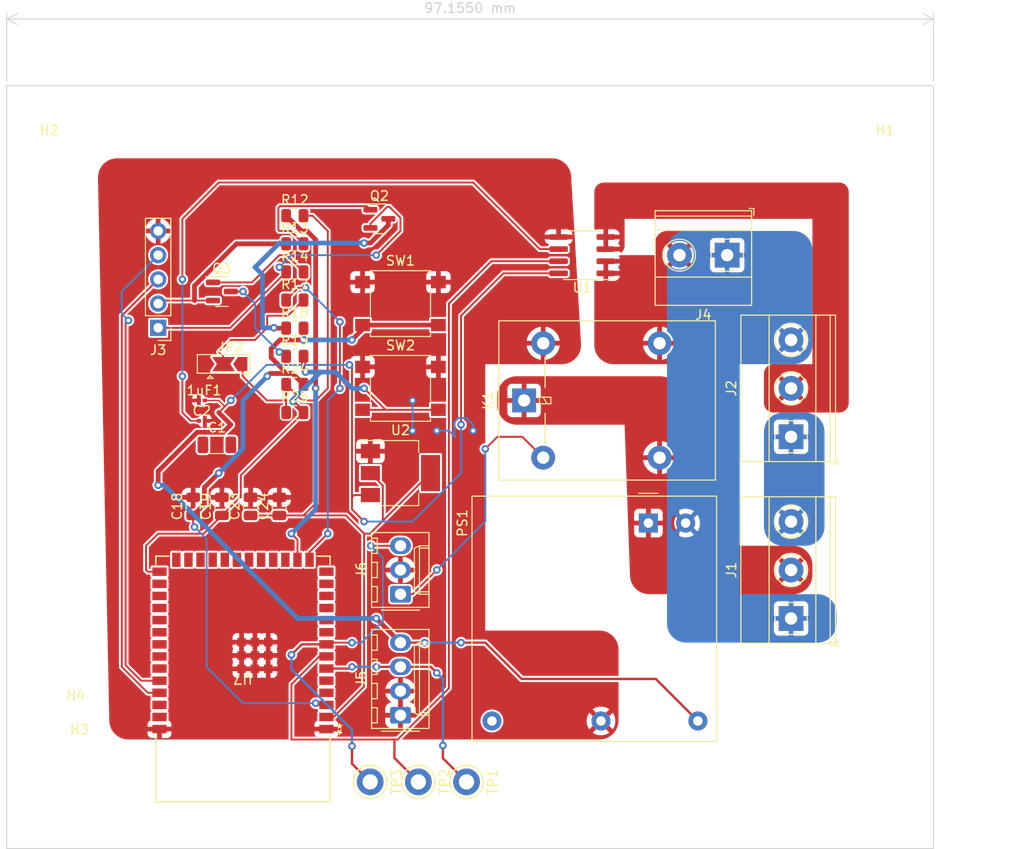
<source format=kicad_pcb>
(kicad_pcb (version 20221018) (generator pcbnew)
  (layers (0 "F.Cu" signal) (31 "B.Cu" signal) (34 "B.Paste" user) (35 "F.Paste" user) (36 "B.SilkS" user "B.Silkscreen") (37 "F.SilkS" user "F.Silkscreen") (38 "B.Mask" user) (39 "F.Mask" user) (44 "Edge.Cuts" user))
  (net 0 "")
  (net 1 "GND")
  (net 2 "/CHIP_PU")
  (net 3 "/GPIO0_STRAPPING")
  (net 4 "+3V3")
  (net 5 "/VBAT_SENSE")
  (net 6 "/D-")
  (net 7 "/D+")
  (net 8 "/RTS")
  (net 9 "/DTR")
  (net 10 "/TX")
  (net 11 "/RX")
  (net 12 "/GPIO16")
  (net 13 "/GPIO17")
  (net 14 "/GPIO18")
  (net 15 "/CAMERA_CS")
  (net 16 "/CAMERA_MOSI")
  (net 17 "/CAMERA_MISO")
  (net 18 "/CAMERA_SCK")
  (net 19 "/CAMERA_SDA")
  (net 20 "/CAMERA_SCL")
  (net 21 "/MTMS")
  (net 22 "/MTCK")
  (net 23 "/MTDO")
  (net 24 "/MTDI")
  (net 25 "/GPIO3_STRAPPING")
  (net 26 "/5V")
  (net 29 "Net-(U1-FILTER)")
  (net 30 "/IN_N")
  (net 31 "/IN_L")
  (net 32 "/M1_FAULT")
  (net 33 "/M2_FAULT")
  (net 34 "/M1_PWM")
  (net 35 "/M1_DIR")
  (net 36 "/M1_EN")
  (net 37 "/I_M_1")
  (net 38 "/I_M_2")
  (net 39 "/M2_PWM")
  (net 40 "/M2_DIR")
  (net 41 "/M2_EN")
  (net 42 "/IS_L")
  (net 43 "/PR_OUT")
  (net 44 "/VS_Out")
  (net 45 "/GPIO46_STRAPPING")
  (net 46 "/GPIO45_STRAPPING")
  (net 47 "/5_PR")
  (net 48 "/PR_IN")
  (net 49 "Net-(JP2-C)")
  (net 51 "Net-(Q2-B)")
  (net 52 "Net-(Q2-C)")
  (net 53 "Net-(Q3-B)")
  (net 54 "Net-(Q3-C)")
  (net 55 "/Curr_Out")
  (net 57 "/SOCK_GND")
  (footprint "Connector_PinHeader_2.54mm:PinHeader_1x05_P2.54mm_Vertical" (layer "F.Cu") (at 167.64 99.06 180)
    (fp_text reference "J3")
    (fp_text value "Conn_01x05_Female")
  )
  (footprint "Resistor_SMD:R_0805_2012Metric" (layer "F.Cu") (at 181.9675 99.1)
    (fp_text reference "R18")
    (fp_text value "10k")
  )
  (footprint "MountingHole:MountingHole_3.2mm_M3" (layer "F.Cu") (at 159.385 145.415)
    (fp_text reference "H3")
    (fp_text value "MountingHole")
  )
  (footprint "Capacitor_SMD:C_0201_0603Metric" (layer "F.Cu") (at 172.2175 106.68)
    (fp_text reference ".1uF1")
    (fp_text value "C")
  )
  (footprint "Resistor_SMD:R_0805_2012Metric" (layer "F.Cu") (at 181.9675 87.3)
    (fp_text reference "R12")
    (fp_text value "1k")
  )
  (footprint "TestPoint:TestPoint_Keystone_5010-5014_Multipurpose" (layer "F.Cu") (at 194.915 146.685 -90)
    (fp_text reference "TP2")
    (fp_text value "TestPoint")
  )
  (footprint "Resistor_SMD:R_0805_2012Metric" (layer "F.Cu") (at 181.9675 96.15)
    (fp_text reference "R17")
    (fp_text value "1k")
  )
  (footprint "Capacitor_SMD:C_0805_2012Metric" (layer "F.Cu") (at 171.31 117.79 90)
    (fp_text reference "C18")
    (fp_text value "1u")
  )
  (footprint "MountingHole:MountingHole_3.2mm_M3" (layer "F.Cu") (at 156.21 82.55)
    (fp_text reference "H2")
    (fp_text value "MountingHole")
  )
  (footprint "Converter_ACDC:Converter_ACDC_RECOM_RAC05-xxSK_THT" (layer "F.Cu") (at 219.03 119.5375 90)
    (fp_text reference "PS1")
    (fp_text value "RAC05-05SK")
  )
  (footprint "Relay_THT:Relay_SPDT_Omron-G5LE-1" (layer "F.Cu") (at 206.0025 106.68 90)
    (fp_text reference "K1")
    (fp_text value "G5LE-1")
  )
  (footprint "Capacitor_SMD:C_0805_2012Metric" (layer "F.Cu") (at 177.33 117.79 90)
    (fp_text reference "C23")
    (fp_text value "10u")
  )
  (footprint "Button_Switch_SMD:SW_SPST_B3S-1000" (layer "F.Cu") (at 193.04 105.41)
    (fp_text reference "SW2")
    (fp_text value "SW_Push")
  )
  (footprint "TerminalBlock_Phoenix:TerminalBlock_Phoenix_MKDS-1,5-3-5.08_1x03_P5.08mm_Horizontal" (layer "F.Cu") (at 233.985 110.49 90)
    (fp_text reference "J2")
    (fp_text value "Output_VAC")
  )
  (footprint "Resistor_SMD:R_0805_2012Metric" (layer "F.Cu") (at 181.9675 90.25)
    (fp_text reference "R13")
    (fp_text value "10k")
  )
  (footprint "Capacitor_SMD:C_0805_2012Metric" (layer "F.Cu") (at 174.32 117.79 90)
    (fp_text reference "C19")
    (fp_text value "1u")
  )
  (footprint "Connector_Molex:Molex_KK-254_AE-6410-03A_1x03_P2.54mm_Vertical" (layer "F.Cu") (at 193.04 127 90)
    (fp_text reference "J6")
    (fp_text value "3.3V_5V")
  )
  (footprint "Package_TO_SOT_SMD:SOT-23" (layer "F.Cu") (at 174.3225 95.25)
    (fp_text reference "Q3")
    (fp_text value "SS8050-G")
  )
  (footprint "Jumper:SolderJumper-3_P2.0mm_Open_TrianglePad1.0x1.5mm" (layer "F.Cu") (at 174.4975 102.87)
    (fp_text reference "JP2")
    (fp_text value "SolderJumper_3_Open")
  )
  (footprint "Button_Switch_SMD:SW_SPST_B3S-1000" (layer "F.Cu") (at 193.04 96.52)
    (fp_text reference "SW1")
    (fp_text value "SW_Push")
  )
  (footprint "Resistor_SMD:R_0805_2012Metric" (layer "F.Cu") (at 181.9675 102.05)
    (fp_text reference "R19")
    (fp_text value "10k")
  )
  (footprint "Package_TO_SOT_SMD:SOT-23" (layer "F.Cu") (at 190.8325 87.63)
    (fp_text reference "Q2")
    (fp_text value "SS8050-G")
  )
  (footprint "TestPoint:TestPoint_Keystone_5010-5014_Multipurpose" (layer "F.Cu") (at 189.865 146.685 -90)
    (fp_text reference "TP3")
    (fp_text value "TestPoint")
  )
  (footprint "MountingHole:MountingHole_3.2mm_M3" (layer "F.Cu") (at 243.205 142.24)
    (fp_text reference "H4")
    (fp_text value "MountingHole")
  )
  (footprint "Resistor_SMD:R_0805_2012Metric" (layer "F.Cu") (at 181.9675 105)
    (fp_text reference "R24")
    (fp_text value "100k")
  )
  (footprint "TestPoint:TestPoint_Keystone_5010-5014_Multipurpose" (layer "F.Cu") (at 199.965 146.685 -90)
    (fp_text reference "TP1")
    (fp_text value "TestPoint")
  )
  (footprint "Resistor_SMD:R_0805_2012Metric" (layer "F.Cu") (at 181.9675 93.2)
    (fp_text reference "R14")
    (fp_text value "10k")
  )
  (footprint "Package_SO:SOIC-8_3.9x4.9mm_P1.27mm" (layer "F.Cu") (at 212.09 91.44 180)
    (fp_text reference "U1")
    (fp_text value "ACS712xLCTR-20A")
  )
  (footprint "Resistor_SMD:R_0805_2012Metric" (layer "F.Cu") (at 181.9675 107.95)
    (fp_text reference "R25")
    (fp_text value "100k")
  )
  (footprint "Resistor_SMD:R_1206_3216Metric" (layer "F.Cu") (at 173.7975 111.34)
    (fp_text reference "C1")
    (fp_text value "10u")
  )
  (footprint "TerminalBlock_Phoenix:TerminalBlock_Phoenix_MKDS-1,5-2_1x02_P5.00mm_Horizontal" (layer "F.Cu") (at 227.29 91.44 180)
    (fp_text reference "J4")
    (fp_text value "VAC_IN_VS")
  )
  (footprint "Capacitor_SMD:C_0805_2012Metric" (layer "F.Cu") (at 180.34 117.79 90)
    (fp_text reference "C24")
    (fp_text value "100n")
  )
  (footprint "MountingHole:MountingHole_3.2mm_M3" (layer "F.Cu") (at 243.84 82.55)
    (fp_text reference "H1")
    (fp_text value "MountingHole")
  )
  (footprint "Capacitor_SMD:C_0201_0603Metric" (layer "F.Cu") (at 172.2175 108.82)
    (fp_text reference "C2")
    (fp_text value "C")
  )
  (footprint "local_footprints:ESP32-S3-WROOM-1_EXP" (layer "F.Cu") (at 176.53 135.89 180)
    (fp_text reference "U7")
    (fp_text value "ESP32-S3-WROOM-1-N16R2")
  )
  (footprint "Connector_Molex:Molex_KK-254_AE-6410-04A_1x04_P2.54mm_Vertical" (layer "F.Cu") (at 193.04 139.7 90)
    (fp_text reference "J5")
    (fp_text value "VS_Out")
  )
  (footprint "Package_TO_SOT_SMD:SOT-223-3_TabPin2" (layer "F.Cu") (at 193.04 114.3)
    (fp_text reference "U2")
    (fp_text value "AMS1117-3.3")
  )
  (footprint "TerminalBlock_Phoenix:TerminalBlock_Phoenix_MKDS-1,5-3-5.08_1x03_P5.08mm_Horizontal" (layer "F.Cu") (at 233.985 129.545 90)
    (fp_text reference "J1")
    (fp_text value "Input_VAC")
  )
  (gr_line (start 248.92 73.66) (end 151.765 73.66) (stroke (width 0.1)) (layer "Edge.Cuts"))
  (gr_line (start 248.92 73.66) (end 248.92 153.67) (stroke (width 0.1)) (layer "Edge.Cuts"))
  (gr_line (start 248.92 153.67) (end 151.765 153.67) (stroke (width 0.1)) (layer "Edge.Cuts"))
  (gr_line (start 151.765 73.66) (end 151.765 153.67) (stroke (width 0.1)) (layer "Edge.Cuts"))
  (dimension (type aligned) (layer "Edge.Cuts") (pts (xy 248.92 73.66) (xy 151.765 73.66)) (height 6.985) (gr_text "97.1550 mm" (at 200.3425 65.525) (layer "Edge.Cuts") (effects (font (size 1 1) (thickness 0.15)))) (format (prefix "") (suffix "") (units 3) (units_format 1) (precision 4)) (style (thickness 0.1) (arrow_length 1.27) (text_position_mode 0) (extension_height 0.58642) (extension_offset 0.5) keep_text_aligned))
  (segment (start 199.39 111.125) (end 198.755 111.125) (width 0.2) (layer "F.Cu") (net 1))
  (segment (start 194.31 106.045) (end 194.31 106.68) (width 0.2) (layer "F.Cu") (net 1))
  (segment (start 200.66 109.855) (end 199.39 111.125) (width 0.2) (layer "F.Cu") (net 1))
  (segment (start 194.31 109.855) (end 196.85 109.855) (width 0.2) (layer "F.Cu") (net 1))
  (segment (start 198.755 111.125) (end 198.755 110.49) (width 0.2) (layer "F.Cu") (net 1))
  (segment (start 209.615 89.535) (end 210.185 89.535) (width 0.2) (layer "F.Cu") (net 1))
  (via (at 196.85 109.855) (size 0.8) (drill 0.4) (layers "F.Cu" "B.Cu") (net 1))
  (via (at 200.66 109.855) (size 0.8) (drill 0.4) (layers "F.Cu" "B.Cu") (net 1))
  (via (at 194.31 106.68) (size 0.8) (drill 0.4) (layers "F.Cu" "B.Cu") (net 1))
  (via (at 194.31 109.855) (size 0.8) (drill 0.4) (layers "F.Cu" "B.Cu") (net 1))
  (segment (start 194.31 109.22) (end 194.31 109.855) (width 0.2) (layer "B.Cu") (net 1))
  (segment (start 198.12 109.855) (end 198.755 110.49) (width 0.2) (layer "B.Cu") (net 1))
  (segment (start 200.66 109.22) (end 200.66 109.855) (width 0.2) (layer "B.Cu") (net 1))
  (segment (start 198.69 110.425) (end 198.69 108.93005) (width 0.2) (layer "B.Cu") (net 1))
  (segment (start 199.10005 108.52) (end 199.96 108.52) (width 0.2) (layer "B.Cu") (net 1))
  (segment (start 198.69 108.93005) (end 199.10005 108.52) (width 0.2) (layer "B.Cu") (net 1))
  (segment (start 198.755 110.49) (end 198.69 110.425) (width 0.2) (layer "B.Cu") (net 1))
  (segment (start 196.85 109.855) (end 198.12 109.855) (width 0.2) (layer "B.Cu") (net 1))
  (segment (start 194.31 106.68) (end 194.31 109.22) (width 0.2) (layer "B.Cu") (net 1))
  (segment (start 199.96 108.52) (end 200.66 109.22) (width 0.2) (layer "B.Cu") (net 1))
  (segment (start 179.36 103.85) (end 179.07 104.14) (width 0.5) (layer "F.Cu") (net 2))
  (segment (start 189.065 99.225) (end 187.96 100.33) (width 0.5) (layer "F.Cu") (net 2))
  (segment (start 171.31 118.74) (end 171.31 119.8105) (width 0.2) (layer "F.Cu") (net 2))
  (segment (start 179.49 102.18745) (end 179.49 101.247918) (width 0.5) (layer "F.Cu") (net 2))
  (segment (start 180.407918 100.33) (end 182.88 100.33) (width 0.5) (layer "F.Cu") (net 2))
  (segment (start 184.33 138.61) (end 184.15 138.43) (width 0.2) (layer "F.Cu") (net 2))
  (segment (start 172.485 115.805) (end 172.485 117.565) (width 0.5) (layer "F.Cu") (net 2))
  (segment (start 181.73 103.85) (end 179.36 103.85) (width 0.5) (layer "F.Cu") (net 2))
  (segment (start 182.88 105) (end 181.73 103.85) (width 0.5) (layer "F.Cu") (net 2))
  (segment (start 197.015 98.77) (end 189.065 98.77) (width 0.5) (layer "F.Cu") (net 2))
  (segment (start 185.28 138.61) (end 184.33 138.61) (width 0.2) (layer "F.Cu") (net 2))
  (segment (start 181.73 103.85) (end 181.15255 103.85) (width 0.5) (layer "F.Cu") (net 2))
  (segment (start 182.88 100.33) (end 182.88 99.1) (width 0.5) (layer "F.Cu") (net 2))
  (segment (start 181.15255 103.85) (end 179.49 102.18745) (width 0.5) (layer "F.Cu") (net 2))
  (segment (start 189.065 98.77) (end 189.065 99.225) (width 0.5) (layer "F.Cu") (net 2))
  (segment (start 172.485 117.565) (end 171.31 118.74) (width 0.5) (layer "F.Cu") (net 2))
  (segment (start 173.99 114.3) (end 172.485 115.805) (width 0.5) (layer "F.Cu") (net 2))
  (segment (start 179.49 101.247918) (end 180.407918 100.33) (width 0.5) (layer "F.Cu") (net 2))
  (segment (start 171.31 119.8105) (end 171.45 119.9505) (width 0.2) (layer "F.Cu") (net 2))
  (via (at 182.88 100.33) (size 0.8) (drill 0.4) (layers "F.Cu" "B.Cu") (net 2))
  (via (at 173.99 114.3) (size 0.8) (drill 0.4) (layers "F.Cu" "B.Cu") (net 2))
  (via (at 184.15 138.43) (size 0.8) (drill 0.4) (layers "F.Cu" "B.Cu") (net 2))
  (via (at 171.45 119.9505) (size 0.8) (drill 0.4) (layers "F.Cu" "B.Cu") (net 2))
  (via (at 187.96 100.33) (size 0.8) (drill 0.4) (layers "F.Cu" "B.Cu") (net 2))
  (via (at 179.07 104.14) (size 0.8) (drill 0.4) (layers "F.Cu" "B.Cu") (net 2))
  (segment (start 176.53 106.68) (end 176.53 111.76) (width 0.5) (layer "B.Cu") (net 2))
  (segment (start 172.72 121.2205) (end 172.72 134.62) (width 0.2) (layer "B.Cu") (net 2))
  (segment (start 171.45 119.9505) (end 172.72 121.2205) (width 0.2) (layer "B.Cu") (net 2))
  (segment (start 176.53 111.76) (end 173.99 114.3) (width 0.5) (layer "B.Cu") (net 2))
  (segment (start 182.88 100.33) (end 187.96 100.33) (width 0.5) (layer "B.Cu") (net 2))
  (segment (start 176.53 138.43) (end 184.15 138.43) (width 0.2) (layer "B.Cu") (net 2))
  (segment (start 179.07 104.14) (end 176.53 106.68) (width 0.5) (layer "B.Cu") (net 2))
  (segment (start 172.72 134.62) (end 176.53 138.43) (width 0.2) (layer "B.Cu") (net 2))
  (segment (start 191.77 107.66) (end 191.48 107.66) (width 0.2) (layer "F.Cu") (net 3))
  (segment (start 191.77 107.66) (end 189.065 107.66) (width 0.2) (layer "F.Cu") (net 3))
  (segment (start 197.015 107.66) (end 191.77 107.66) (width 0.2) (layer "F.Cu") (net 3))
  (segment (start 191.48 107.66) (end 189.23 105.41) (width 0.2) (layer "F.Cu") (net 3))
  (segment (start 182.88 102.05) (end 182.88 103.486478) (width 0.5) (layer "F.Cu") (net 3))
  (segment (start 176.305 114.525) (end 182.88 107.95) (width 0.2) (layer "F.Cu") (net 3))
  (segment (start 166.37 124.46) (end 166.37 121.92) (width 0.2) (layer "F.Cu") (net 3))
  (segment (start 181.778999 106.848999) (end 182.88 107.95) (width 0.5) (layer "F.Cu") (net 3))
  (segment (start 166.37 121.92) (end 167.64 120.65) (width 0.2) (layer "F.Cu") (net 3))
  (segment (start 167.64 120.65) (end 172.41 120.65) (width 0.2) (layer "F.Cu") (net 3))
  (segment (start 174.32 118.74) (end 176.22 116.84) (width 0.2) (layer "F.Cu") (net 3))
  (segment (start 176.305 116.84) (end 176.305 114.525) (width 0.2) (layer "F.Cu") (net 3))
  (segment (start 172.41 120.65) (end 174.32 118.74) (width 0.2) (layer "F.Cu") (net 3))
  (segment (start 166.55 124.64) (end 166.37 124.46) (width 0.2) (layer "F.Cu") (net 3))
  (segment (start 176.22 116.84) (end 176.305 116.84) (width 0.2) (layer "F.Cu") (net 3))
  (segment (start 182.88 103.486478) (end 183.094022 103.7005) (width 0.5) (layer "F.Cu") (net 3))
  (segment (start 167.78 124.64) (end 166.55 124.64) (width 0.2) (layer "F.Cu") (net 3))
  (segment (start 181.778999 106.792455) (end 181.778999 106.848999) (width 0.5) (layer "F.Cu") (net 3))
  (via (at 189.23 105.41) (size 0.8) (drill 0.4) (layers "F.Cu" "B.Cu") (net 3))
  (via (at 181.778999 106.792455) (size 0.8) (drill 0.4) (layers "F.Cu" "B.Cu") (net 3))
  (via (at 183.094022 103.7005) (size 0.8) (drill 0.4) (layers "F.Cu" "B.Cu") (net 3))
  (segment (start 187.96 105.41) (end 189.23 105.41) (width 0.5) (layer "B.Cu") (net 3))
  (segment (start 184.657418 103.7005) (end 184.785 103.7005) (width 0.5) (layer "B.Cu") (net 3))
  (segment (start 181.778999 106.792455) (end 181.778999 106.578919) (width 0.5) (layer "B.Cu") (net 3))
  (segment (start 186.2505 103.7005) (end 187.96 105.41) (width 0.5) (layer "B.Cu") (net 3))
  (segment (start 183.094022 103.7005) (end 184.785 103.7005) (width 0.5) (layer "B.Cu") (net 3))
  (segment (start 184.785 103.7005) (end 186.2505 103.7005) (width 0.5) (layer "B.Cu") (net 3))
  (segment (start 181.778999 106.578919) (end 184.657418 103.7005) (width 0.5) (layer "B.Cu") (net 3))
  (segment (start 182.88 118.74) (end 184.15 117.47) (width 0.2) (layer "F.Cu") (net 4))
  (segment (start 185.42 105.41) (end 185.42 88.9) (width 0.2) (layer "F.Cu") (net 4))
  (segment (start 190.805 119.685) (end 196.19 114.3) (width 0.2) (layer "F.Cu") (net 4))
  (segment (start 181.055 106.68) (end 181.055 105) (width 0.2) (layer "F.Cu") (net 4))
  (segment (start 191.19 115.6) (end 189.89 114.3) (width 0.2) (layer "F.Cu") (net 4))
  (segment (start 189.23 120.65) (end 187.32 118.74) (width 0.2) (layer "F.Cu") (net 4))
  (segment (start 181.056253 105) (end 181.055 105) (width 0.2) (layer "F.Cu") (net 4))
  (segment (start 184.15 106.68) (end 182.735 106.68) (width 0.2) (layer "F.Cu") (net 4))
  (segment (start 189.23 136.6793) (end 189.23 120.65) (width 0.2) (layer "F.Cu") (net 4))
  (segment (start 191.19 119.3) (end 191.19 115.6) (width 0.2) (layer "F.Cu") (net 4))
  (segment (start 181.055 107.95) (end 181.055 106.68) (width 0.2) (layer "F.Cu") (net 4))
  (segment (start 189.23 120.65) (end 189.84 120.65) (width 0.2) (layer "F.Cu") (net 4))
  (segment (start 176.4975 104.14) (end 176.4975 102.87) (width 0.2) (layer "F.Cu") (net 4))
  (segment (start 177.33 118.74) (end 180.34 118.74) (width 0.2) (layer "F.Cu") (net 4))
  (segment (start 184.15 106.68) (end 185.42 105.41) (width 0.2) (layer "F.Cu") (net 4))
  (segment (start 185.28 139.88) (end 186.0293 139.88) (width 0.2) (layer "F.Cu") (net 4))
  (segment (start 185.42 88.9) (end 183.82 87.3) (width 0.2) (layer "F.Cu") (net 4))
  (segment (start 186.0293 139.88) (end 189.23 136.6793) (width 0.2) (layer "F.Cu") (net 4))
  (segment (start 187.32 118.74) (end 182.88 118.74) (width 0.2) (layer "F.Cu") (net 4))
  (segment (start 182.735 106.678747) (end 181.056253 105) (width 0.2) (layer "F.Cu") (net 4))
  (segment (start 189.84 120.65) (end 190.805 119.685) (width 0.2) (layer "F.Cu") (net 4))
  (segment (start 183.82 87.3) (end 182.88 87.3) (width 0.2) (layer "F.Cu") (net 4))
  (segment (start 184.15 117.47) (end 184.15 106.68) (width 0.2) (layer "F.Cu") (net 4))
  (segment (start 182.735 106.68) (end 182.735 106.678747) (width 0.2) (layer "F.Cu") (net 4))
  (segment (start 181.055 106.68) (end 179.0375 106.68) (width 0.2) (layer "F.Cu") (net 4))
  (segment (start 179.0375 106.68) (end 176.4975 104.14) (width 0.2) (layer "F.Cu") (net 4))
  (segment (start 190.805 119.685) (end 191.19 119.3) (width 0.2) (layer "F.Cu") (net 4))
  (segment (start 182.88 118.74) (end 180.34 118.74) (width 0.2) (layer "F.Cu") (net 4))
  (segment (start 167.64 99.06) (end 175.195 99.06) (width 0.2) (layer "F.Cu") (net 8))
  (segment (start 191.873896 86.36) (end 191.666104 86.36) (width 0.2) (layer "F.Cu") (net 8))
  (segment (start 180.83 93.2) (end 180.34 92.71) (width 0.2) (layer "F.Cu") (net 8))
  (segment (start 175.195 99.06) (end 181.055 93.2) (width 0.2) (layer "F.Cu") (net 8))
  (segment (start 191.666104 86.36) (end 189.895 88.131104) (width 0.2) (layer "F.Cu") (net 8))
  (segment (start 190.5 91.44) (end 193.04 88.9) (width 0.2) (layer "F.Cu") (net 8))
  (segment (start 193.04 87.526104) (end 191.873896 86.36) (width 0.2) (layer "F.Cu") (net 8))
  (segment (start 189.895 88.131104) (end 189.895 88.58) (width 0.2) (layer "F.Cu") (net 8))
  (segment (start 181.055 93.2) (end 180.83 93.2) (width 0.2) (layer "F.Cu") (net 8))
  (segment (start 193.04 88.9) (end 193.04 87.526104) (width 0.2) (layer "F.Cu") (net 8))
  (via (at 180.34 92.71) (size 0.8) (drill 0.4) (layers "F.Cu" "B.Cu") (net 8))
  (via (at 190.5 91.44) (size 0.8) (drill 0.4) (layers "F.Cu" "B.Cu") (net 8))
  (segment (start 180.34 92.71) (end 181.61 91.44) (width 0.2) (layer "B.Cu") (net 8))
  (segment (start 186.69 91.44) (end 190.5 91.44) (width 0.2) (layer "B.Cu") (net 8))
  (segment (start 181.61 91.44) (end 186.69 91.44) (width 0.2) (layer "B.Cu") (net 8))
  (segment (start 167.96 96.2) (end 167.64 96.52) (width 0.2) (layer "F.Cu") (net 9))
  (segment (start 171.45 94.648972) (end 171.45 96.2) (width 0.5) (layer "F.Cu") (net 9))
  (segment (start 171.45 96.2) (end 167.96 96.2) (width 0.2) (layer "F.Cu") (net 9))
  (segment (start 173.385 96.2) (end 171.45 96.2) (width 0.2) (layer "F.Cu") (net 9))
  (segment (start 181.055 90.25) (end 175.848972 90.25) (width 0.5) (layer "F.Cu") (net 9))
  (segment (start 175.848972 90.25) (end 171.45 94.648972) (width 0.5) (layer "F.Cu") (net 9))
  (segment (start 166.55 137.34) (end 163.83 134.62) (width 0.2) (layer "F.Cu") (net 10))
  (segment (start 167.78 137.34) (end 166.55 137.34) (width 0.2) (layer "F.Cu") (net 10))
  (segment (start 163.83 97.79) (end 167.64 93.98) (width 0.2) (layer "F.Cu") (net 10))
  (segment (start 163.83 134.62) (end 163.83 97.79) (width 0.2) (layer "F.Cu") (net 10))
  (segment (start 164.23 98.584122) (end 164.5295 98.284622) (width 0.2) (layer "F.Cu") (net 11))
  (segment (start 164.395686 134.62) (end 164.23 134.454314) (width 0.2) (layer "F.Cu") (net 11))
  (segment (start 164.23 132.08) (end 164.23 98.584122) (width 0.2) (layer "F.Cu") (net 11))
  (segment (start 165.845686 136.07) (end 164.395686 134.62) (width 0.2) (layer "F.Cu") (net 11))
  (segment (start 164.23 134.454314) (end 164.23 132.08) (width 0.2) (layer "F.Cu") (net 11))
  (segment (start 167.78 136.07) (end 165.845686 136.07) (width 0.2) (layer "F.Cu") (net 11))
  (via (at 164.5295 98.284622) (size 0.8) (drill 0.4) (layers "F.Cu" "B.Cu") (net 11))
  (segment (start 163.83 95.25) (end 167.64 91.44) (width 0.2) (layer "B.Cu") (net 11))
  (segment (start 164.5295 98.284622) (end 163.83 97.585122) (width 0.2) (layer "B.Cu") (net 11))
  (segment (start 163.83 97.585122) (end 163.83 95.25) (width 0.2) (layer "B.Cu") (net 11))
  (segment (start 182.3545 94.8505) (end 181.055 96.15) (width 0.2) (layer "F.Cu") (net 25))
  (segment (start 186.69 105.41) (end 186.69 98.433867) (width 0.2) (layer "F.Cu") (net 25))
  (segment (start 183.515 123.39) (end 183.515 122.555) (width 0.2) (layer "F.Cu") (net 25))
  (segment (start 183.106633 94.8505) (end 182.3545 94.8505) (width 0.2) (layer "F.Cu") (net 25))
  (segment (start 183.515 122.555) (end 185.42 120.65) (width 0.2) (layer "F.Cu") (net 25))
  (via (at 185.42 120.65) (size 0.8) (drill 0.4) (layers "F.Cu" "B.Cu") (net 25))
  (via (at 183.106633 94.8505) (size 0.8) (drill 0.4) (layers "F.Cu" "B.Cu") (net 25))
  (via (at 186.69 98.433867) (size 0.8) (drill 0.4) (layers "F.Cu" "B.Cu") (net 25))
  (via (at 186.69 105.41) (size 0.8) (drill 0.4) (layers "F.Cu" "B.Cu") (net 25))
  (segment (start 186.69 98.433867) (end 183.106633 94.8505) (width 0.2) (layer "B.Cu") (net 25))
  (segment (start 185.42 120.65) (end 185.42 106.68) (width 0.2) (layer "B.Cu") (net 25))
  (segment (start 185.42 106.68) (end 186.69 105.41) (width 0.2) (layer "B.Cu") (net 25))
  (segment (start 209.615 93.345) (end 203.835 93.345) (width 0.2) (layer "F.Cu") (net 26))
  (segment (start 201.93 132.08) (end 199.39 132.08) (width 0.25) (layer "F.Cu") (net 26))
  (segment (start 219.71 135.89) (end 205.74 135.89) (width 0.25) (layer "F.Cu") (net 26))
  (segment (start 171.73255 110.015) (end 174.465 110.015) (width 0.5) (layer "F.Cu") (net 26))
  (segment (start 172.5375 106.68) (end 173.99 106.68) (width 0.15) (layer "F.Cu") (net 26))
  (segment (start 203.835 93.345) (end 199.39 97.79) (width 0.2) (layer "F.Cu") (net 26))
  (segment (start 219.8125 135.89) (end 219.71 135.89) (width 0.25) (layer "F.Cu") (net 26))
  (segment (start 199.39 97.79) (end 199.39 109.22) (width 0.2) (layer "F.Cu") (net 26))
  (segment (start 195.58 132.08) (end 193.04 132.08) (width 0.25) (layer "F.Cu") (net 26))
  (segment (start 187.96 118.11) (end 187.96 116.84) (width 0.2) (layer "F.Cu") (net 26))
  (segment (start 187.96 103.221424) (end 187.6905 102.951924) (width 0.2) (layer "F.Cu") (net 26))
  (segment (start 167.64 115.57) (end 167.64 114.10755) (width 0.5) (layer "F.Cu") (net 26))
  (segment (start 187.96 116.84) (end 188.2 116.6) (width 0.2) (layer "F.Cu") (net 26))
  (segment (start 173.99 106.68) (end 174.625 107.315) (width 0.15) (layer "F.Cu") (net 26))
  (segment (start 174.625 107.315) (end 173.99 107.95) (width 0.2) (layer "F.Cu") (net 26))
  (segment (start 174.465 110.015) (end 175.26 109.22) (width 0.5) (layer "F.Cu") (net 26))
  (segment (start 188.2 116.6) (end 189.89 116.6) (width 0.2) (layer "F.Cu") (net 26))
  (segment (start 205.74 135.89) (end 201.93 132.08) (width 0.25) (layer "F.Cu") (net 26))
  (segment (start 193.04 132.08) (end 190.5 129.54) (width 0.5) (layer "F.Cu") (net 26))
  (segment (start 175.26 106.68) (end 174.625 107.315) (width 0.2) (layer "F.Cu") (net 26))
  (segment (start 224.22 140.2975) (end 219.8125 135.89) (width 0.25) (layer "F.Cu") (net 26))
  (segment (start 175.26 109.22) (end 173.99 107.95) (width 0.5) (layer "F.Cu") (net 26))
  (segment (start 187.96 116.84) (end 187.96 103.221424) (width 0.2) (layer "F.Cu") (net 26))
  (segment (start 167.64 114.10755) (end 171.73255 110.015) (width 0.5) (layer "F.Cu") (net 26))
  (segment (start 189.23 119.38) (end 187.96 118.11) (width 0.2) (layer "F.Cu") (net 26))
  (via (at 199.39 132.08) (size 0.8) (drill 0.4) (layers "F.Cu" "B.Cu") (net 26))
  (via (at 175.26 106.68) (size 0.8) (drill 0.4) (layers "F.Cu" "B.Cu") (net 26))
  (via (at 195.58 132.08) (size 0.8) (drill 0.4) (layers "F.Cu" "B.Cu") (net 26))
  (via (at 189.23 119.38) (size 0.8) (drill 0.4) (layers "F.Cu" "B.Cu") (net 26))
  (via (at 187.6905 102.951924) (size 0.8) (drill 0.4) (layers "F.Cu" "B.Cu") (net 26))
  (via (at 199.39 109.22) (size 0.8) (drill 0.4) (layers "F.Cu" "B.Cu") (net 26))
  (via (at 190.5 129.54) (size 0.8) (drill 0.4) (layers "F.Cu" "B.Cu") (net 26))
  (via (at 167.64 115.57) (size 0.8) (drill 0.4) (layers "F.Cu" "B.Cu") (net 26))
  (segment (start 182.241582 129.54) (end 168.271582 115.57) (width 0.5) (layer "B.Cu") (net 26))
  (segment (start 187.6905 102.951924) (end 178.988076 102.951924) (width 0.2) (layer "B.Cu") (net 26))
  (segment (start 196.85 132.08) (end 195.58 132.08) (width 0.25) (layer "B.Cu") (net 26))
  (segment (start 178.988076 102.951924) (end 175.26 106.68) (width 0.2) (layer "B.Cu") (net 26))
  (segment (start 199.39 132.08) (end 196.85 132.08) (width 0.25) (layer "B.Cu") (net 26))
  (segment (start 168.271582 115.57) (end 167.64 115.57) (width 0.5) (layer "B.Cu") (net 26))
  (segment (start 199.39 109.22) (end 199.39 114.3) (width 0.2) (layer "B.Cu") (net 26))
  (segment (start 190.5 129.54) (end 182.241582 129.54) (width 0.5) (layer "B.Cu") (net 26))
  (segment (start 194.31 119.38) (end 189.23 119.38) (width 0.2) (layer "B.Cu") (net 26))
  (segment (start 199.39 114.3) (end 194.31 119.38) (width 0.2) (layer "B.Cu") (net 26))
  (segment (start 200.66 83.82) (end 191.77 83.82) (width 0.2) (layer "F.Cu") (net 29))
  (segment (start 209.615 90.805) (end 207.645 90.805) (width 0.2) (layer "F.Cu") (net 29))
  (segment (start 207.645 90.805) (end 200.66 83.82) (width 0.2) (layer "F.Cu") (net 29))
  (segment (start 171.05 108.82) (end 170.18 107.95) (width 0.2) (layer "F.Cu") (net 29))
  (segment (start 170.18 107.95) (end 170.18 104.14) (width 0.2) (layer "F.Cu") (net 29))
  (segment (start 191.77 83.82) (end 173.99 83.82) (width 0.2) (layer "F.Cu") (net 29))
  (segment (start 171.8975 108.82) (end 171.05 108.82) (width 0.15) (layer "F.Cu") (net 29))
  (segment (start 173.99 83.82) (end 170.18 87.63) (width 0.2) (layer "F.Cu") (net 29))
  (segment (start 170.18 87.63) (end 170.18 93.98) (width 0.2) (layer "F.Cu") (net 29))
  (via (at 170.18 104.14) (size 0.8) (drill 0.4) (layers "F.Cu" "B.Cu") (net 29))
  (via (at 170.18 93.98) (size 0.8) (drill 0.4) (layers "F.Cu" "B.Cu") (net 29))
  (segment (start 170.18 93.98) (end 170.18 101.6) (width 0.2) (layer "B.Cu") (net 29))
  (segment (start 170.18 101.6) (end 170.18 104.14) (width 0.2) (layer "B.Cu") (net 29))
  (segment (start 197.485 144.205) (end 197.485 142.875) (width 0.25) (layer "F.Cu") (net 44))
  (segment (start 193.04 134.62) (end 190.5 134.62) (width 0.25) (layer "F.Cu") (net 44))
  (segment (start 187.78 134.8) (end 185.28 134.8) (width 0.25) (layer "F.Cu") (net 44))
  (segment (start 196.215 134.62) (end 193.04 134.62) (width 0.25) (layer "F.Cu") (net 44))
  (segment (start 199.965 146.685) (end 197.485 144.205) (width 0.25) (layer "F.Cu") (net 44))
  (segment (start 196.85 135.255) (end 196.215 134.62) (width 0.25) (layer "F.Cu") (net 44))
  (segment (start 187.96 134.62) (end 187.78 134.8) (width 0.25) (layer "F.Cu") (net 44))
  (via (at 196.85 135.255) (size 0.8) (drill 0.4) (layers "F.Cu" "B.Cu") (net 44))
  (via (at 197.485 142.875) (size 0.8) (drill 0.4) (layers "F.Cu" "B.Cu") (net 44))
  (via (at 187.96 134.62) (size 0.8) (drill 0.4) (layers "F.Cu" "B.Cu") (net 44))
  (via (at 190.5 134.62) (size 0.8) (drill 0.4) (layers "F.Cu" "B.Cu") (net 44))
  (segment (start 197.485 142.875) (end 197.485 135.89) (width 0.25) (layer "B.Cu") (net 44))
  (segment (start 190.5 134.62) (end 187.96 134.62) (width 0.25) (layer "B.Cu") (net 44))
  (segment (start 197.485 135.89) (end 196.85 135.255) (width 0.25) (layer "B.Cu") (net 44))
  (segment (start 184.15 89.81755) (end 183.23245 88.9) (width 0.5) (layer "F.Cu") (net 45))
  (segment (start 184.15 105.41) (end 184.15 89.81755) (width 0.5) (layer "F.Cu") (net 45))
  (segment (start 183.23245 88.9) (end 182.655 88.9) (width 0.5) (layer "F.Cu") (net 45))
  (segment (start 182.655 88.9) (end 181.055 87.3) (width 0.5) (layer "F.Cu") (net 45))
  (segment (start 181.61 120.65) (end 182.245 121.285) (width 0.2) (layer "F.Cu") (net 45))
  (segment (start 182.245 121.285) (end 182.245 123.39) (width 0.2) (layer "F.Cu") (net 45))
  (via (at 181.61 120.65) (size 0.8) (drill 0.4) (layers "F.Cu" "B.Cu") (net 45))
  (via (at 184.15 105.41) (size 0.8) (drill 0.4) (layers "F.Cu" "B.Cu") (net 45))
  (segment (start 184.15 118.11) (end 181.61 120.65) (width 0.5) (layer "B.Cu") (net 45))
  (segment (start 184.15 118.11) (end 184.15 105.41) (width 0.5) (layer "B.Cu") (net 45))
  (segment (start 201.93 111.76) (end 203.2 110.49) (width 0.2) (layer "F.Cu") (net 47))
  (segment (start 205.8125 110.49) (end 208.0025 112.68) (width 0.2) (layer "F.Cu") (net 47))
  (segment (start 193.04 127) (end 194.31 127) (width 0.2) (layer "F.Cu") (net 47))
  (segment (start 203.2 110.49) (end 205.8125 110.49) (width 0.2) (layer "F.Cu") (net 47))
  (segment (start 194.31 127) (end 196.85 124.46) (width 0.2) (layer "F.Cu") (net 47))
  (via (at 196.85 124.46) (size 0.8) (drill 0.4) (layers "F.Cu" "B.Cu") (net 47))
  (via (at 201.93 111.76) (size 0.8) (drill 0.4) (layers "F.Cu" "B.Cu") (net 47))
  (segment (start 201.93 115.57) (end 201.93 111.76) (width 0.2) (layer "B.Cu") (net 47))
  (segment (start 196.85 124.46) (end 201.93 119.38) (width 0.2) (layer "B.Cu") (net 47))
  (segment (start 201.93 119.38) (end 201.93 115.57) (width 0.2) (layer "B.Cu") (net 47))
  (segment (start 193.04 121.92) (end 189.9295 121.92) (width 0.2) (layer "F.Cu") (net 48))
  (segment (start 181.61 133.35) (end 182.7 132.26) (width 0.25) (layer "F.Cu") (net 48))
  (segment (start 187.96 144.78) (end 187.96 142.9395) (width 0.25) (layer "F.Cu") (net 48))
  (segment (start 189.865 146.685) (end 187.96 144.78) (width 0.25) (layer "F.Cu") (net 48))
  (segment (start 182.7 132.26) (end 185.28 132.26) (width 0.25) (layer "F.Cu") (net 48))
  (segment (start 187.96 132.08) (end 185.701041 132.08) (width 0.2) (layer "F.Cu") (net 48))
  (segment (start 185.701041 132.08) (end 185.58052 131.959479) (width 0.2) (layer "F.Cu") (net 48))
  (via (at 187.96 132.08) (size 0.8) (drill 0.4) (layers "F.Cu" "B.Cu") (net 48))
  (via (at 187.96 142.9395) (size 0.8) (drill 0.4) (layers "F.Cu" "B.Cu") (net 48))
  (via (at 181.61 133.35) (size 0.8) (drill 0.4) (layers "F.Cu" "B.Cu") (net 48))
  (via (at 189.9295 121.92) (size 0.8) (drill 0.4) (layers "F.Cu" "B.Cu") (net 48))
  (segment (start 191.2 123.1905) (end 191.2 129.82995) (width 0.2) (layer "B.Cu") (net 48))
  (segment (start 181.61 134.864695) (end 181.61 133.985) (width 0.25) (layer "B.Cu") (net 48))
  (segment (start 181.61 133.985) (end 181.61 133.35) (width 0.25) (layer "B.Cu") (net 48))
  (segment (start 189.9295 121.92) (end 191.2 123.1905) (width 0.2) (layer "B.Cu") (net 48))
  (segment (start 187.96 141.214695) (end 181.61 134.864695) (width 0.25) (layer "B.Cu") (net 48))
  (segment (start 191.2 129.82995) (end 188.94995 132.08) (width 0.2) (layer "B.Cu") (net 48))
  (segment (start 187.96 142.9395) (end 187.96 141.214695) (width 0.25) (layer "B.Cu") (net 48))
  (segment (start 188.94995 132.08) (end 187.96 132.08) (width 0.2) (layer "B.Cu") (net 48))
  (segment (start 181.24 97.79) (end 182.88 96.15) (width 0.2) (layer "F.Cu") (net 49))
  (segment (start 174.4975 102.87) (end 174.4975 102.1075) (width 0.15) (layer "F.Cu") (net 49))
  (segment (start 179.07 99.06) (end 179.07 97.79) (width 0.2) (layer "F.Cu") (net 49))
  (segment (start 179.07 97.79) (end 181.24 97.79) (width 0.2) (layer "F.Cu") (net 49))
  (segment (start 173.99 101.6) (end 175.26 100.33) (width 0.15) (layer "F.Cu") (net 49))
  (segment (start 174.4975 102.1075) (end 173.99 101.6) (width 0.15) (layer "F.Cu") (net 49))
  (segment (start 177.8 100.33) (end 175.26 100.33) (width 0.2) (layer "F.Cu") (net 49))
  (segment (start 179.07 99.06) (end 177.8 100.33) (width 0.2) (layer "F.Cu") (net 49))
  (segment (start 180.34 88.9) (end 180.2425 88.8025) (width 0.2) (layer "F.Cu") (net 51))
  (segment (start 180.2425 86.4575) (end 180.4 86.3) (width 0.2) (layer "F.Cu") (net 51))
  (segment (start 180.4 86.3) (end 189.515 86.3) (width 0.2) (layer "F.Cu") (net 51))
  (segment (start 182.88 90.25) (end 181.53 88.9) (width 0.2) (layer "F.Cu") (net 51))
  (segment (start 189.515 86.3) (end 189.895 86.68) (width 0.2) (layer "F.Cu") (net 51))
  (segment (start 180.2425 88.8025) (end 180.2425 86.4575) (width 0.2) (layer "F.Cu") (net 51))
  (segment (start 181.53 88.9) (end 180.34 88.9) (width 0.2) (layer "F.Cu") (net 51))
  (segment (start 189.23 90.17) (end 189.891028 90.17) (width 0.5) (layer "F.Cu") (net 52))
  (segment (start 189.891028 90.17) (end 191.77 88.291028) (width 0.5) (layer "F.Cu") (net 52))
  (segment (start 191.77 88.291028) (end 191.77 87.63) (width 0.5) (layer "F.Cu") (net 52))
  (segment (start 181.055 99.1) (end 179.8095 99.1) (width 0.5) (layer "F.Cu") (net 52))
  (segment (start 179.8095 99.1) (end 179.7695 99.06) (width 0.5) (layer "F.Cu") (net 52))
  (via (at 179.7695 99.06) (size 0.8) (drill 0.4) (layers "F.Cu" "B.Cu") (net 52))
  (via (at 189.23 90.17) (size 0.8) (drill 0.4) (layers "F.Cu" "B.Cu") (net 52))
  (segment (start 177.8 92.71) (end 180.34 90.17) (width 0.5) (layer "B.Cu") (net 52))
  (segment (start 178.577818 93.487818) (end 177.8 92.71) (width 0.5) (layer "B.Cu") (net 52))
  (segment (start 178.577818 99.06) (end 178.577818 93.487818) (width 0.5) (layer "B.Cu") (net 52))
  (segment (start 179.7695 99.06) (end 178.577818 99.06) (width 0.5) (layer "B.Cu") (net 52))
  (segment (start 180.34 90.17) (end 189.23 90.17) (width 0.5) (layer "B.Cu") (net 52))
  (segment (start 180.34 91.44) (end 181.12 91.44) (width 0.2) (layer "F.Cu") (net 53))
  (segment (start 177.48 94.3) (end 180.34 91.44) (width 0.2) (layer "F.Cu") (net 53))
  (segment (start 181.12 91.44) (end 182.88 93.2) (width 0.2) (layer "F.Cu") (net 53))
  (segment (start 173.385 94.3) (end 177.48 94.3) (width 0.2) (layer "F.Cu") (net 53))
  (segment (start 175.26 95.25) (end 176.53 95.25) (width 0.2) (layer "F.Cu") (net 54))
  (segment (start 180.605 101.6) (end 181.055 102.05) (width 0.2) (layer "F.Cu") (net 54))
  (segment (start 180.34 101.6) (end 180.605 101.6) (width 0.2) (layer "F.Cu") (net 54))
  (via (at 180.34 101.6) (size 0.8) (drill 0.4) (layers "F.Cu" "B.Cu") (net 54))
  (via (at 176.53 95.25) (size 0.8) (drill 0.4) (layers "F.Cu" "B.Cu") (net 54))
  (segment (start 177.8 97.79) (end 177.8 99.06) (width 0.2) (layer "B.Cu") (net 54))
  (segment (start 177.8 99.06) (end 180.34 101.6) (width 0.2) (layer "B.Cu") (net 54))
  (segment (start 177.8 96.52) (end 177.8 97.79) (width 0.2) (layer "B.Cu") (net 54))
  (segment (start 176.53 95.25) (end 177.8 96.52) (width 0.2) (layer "B.Cu") (net 54))
  (segment (start 209.615 92.075) (end 202.565 92.075) (width 0.2) (layer "F.Cu") (net 55))
  (segment (start 198.12 96.52) (end 198.12 136.862818) (width 0.2) (layer "F.Cu") (net 55))
  (segment (start 181.61 142.24) (end 181.61 136.4507) (width 0.2) (layer "F.Cu") (net 55))
  (segment (start 192.742818 142.24) (end 192.405 142.24) (width 0.2) (layer "F.Cu") (net 55))
  (segment (start 192.405 142.24) (end 181.61 142.24) (width 0.2) (layer "F.Cu") (net 55))
  (segment (start 184.5307 133.53) (end 185.28 133.53) (width 0.2) (layer "F.Cu") (net 55))
  (segment (start 192.405 144.175) (end 192.405 142.24) (width 0.25) (layer "F.Cu") (net 55))
  (segment (start 181.61 136.4507) (end 184.5307 133.53) (width 0.2) (layer "F.Cu") (net 55))
  (segment (start 202.565 92.075) (end 198.12 96.52) (width 0.2) (layer "F.Cu") (net 55))
  (segment (start 194.915 146.685) (end 192.405 144.175) (width 0.25) (layer "F.Cu") (net 55))
  (segment (start 198.12 136.862818) (end 192.742818 142.24) (width 0.2) (layer "F.Cu") (net 55))
  (zone (net 1) (net_name "GND") (layer "F.Cu") (priority 5) (connect_pads (clearance 0)) (min_thickness 0.025) (fill yes (thermal_gap 0.5) (thermal_bridge_width 0.5) (smoothing fillet) (radius 2))
    (polygon (pts (xy 161.29 81.28) (xy 210.82 81.28) (xy 212.09 102.87) (xy 201.93 102.87) (xy 201.93 130.81) (xy 215.9 130.81) (xy 215.9 142.24) (xy 162.56 142.24)))
  )
  (zone (net 43) (net_name "/PR_OUT") (layer "F.Cu") (connect_pads (clearance 0)) (min_thickness 0.25) (fill yes (thermal_gap 0.5) (thermal_bridge_width 0.5) (smoothing fillet) (radius 2))
    (polygon (pts (xy 213.36 91.44) (xy 213.36 102.87) (xy 224.79 102.87) (xy 224.79 88.9) (xy 219.71 88.9) (xy 219.71 91.44)))
  )
  (zone (net 31) (net_name "/IN_L") (layer "F.Cu") (priority 4) (connect_pads (clearance 0)) (min_thickness 0.25) (fill yes (thermal_gap 0.5) (thermal_bridge_width 0.5) (smoothing fillet) (radius 2))
    (polygon (pts (xy 236.22 121.92) (xy 236.22 127) (xy 217.17 127) (xy 216.535 109.22) (xy 203.2 109.22) (xy 203.2 104.14) (xy 222.25 104.14) (xy 222.25 121.92)))
  )
  (zone (net 42) (net_name "/IS_L") (layer "F.Cu") (priority 1) (connect_pads (clearance 0)) (min_thickness 0.25) (fill yes (thermal_gap 0.5) (thermal_bridge_width 0.5) (smoothing fillet) (radius 1))
    (polygon (pts (xy 213.36 91.44) (xy 216.535 91.44) (xy 216.535 87.63) (xy 236.22 87.63) (xy 236.22 102.87) (xy 231.14 102.87) (xy 231.14 107.95) (xy 240.03 107.95) (xy 240.03 83.82) (xy 213.36 83.82)))
  )
  (zone (net 30) (net_name "/IN_N") (layer "B.Cu") (priority 3) (connect_pads (clearance 0)) (min_thickness 0.25) (fill yes (thermal_gap 0.5) (thermal_bridge_width 0.5) (smoothing fillet) (radius 2))
    (polygon (pts (xy 236.22 88.9) (xy 236.22 102.87) (xy 228.6 102.87) (xy 228.6 127) (xy 238.76 127) (xy 238.76 132.08) (xy 220.98 132.08) (xy 220.98 88.9)))
  )
  (zone (net 57) (net_name "/SOCK_GND") (layer "B.Cu") (priority 2) (connect_pads (clearance 0)) (min_thickness 0.25) (fill yes (thermal_gap 0.5) (thermal_bridge_width 0.5) (smoothing fillet) (radius 2))
    (polygon (pts (xy 231.14 107.95) (xy 237.49 107.95) (xy 237.49 121.92) (xy 231.14 121.92)))
  )
)
</source>
